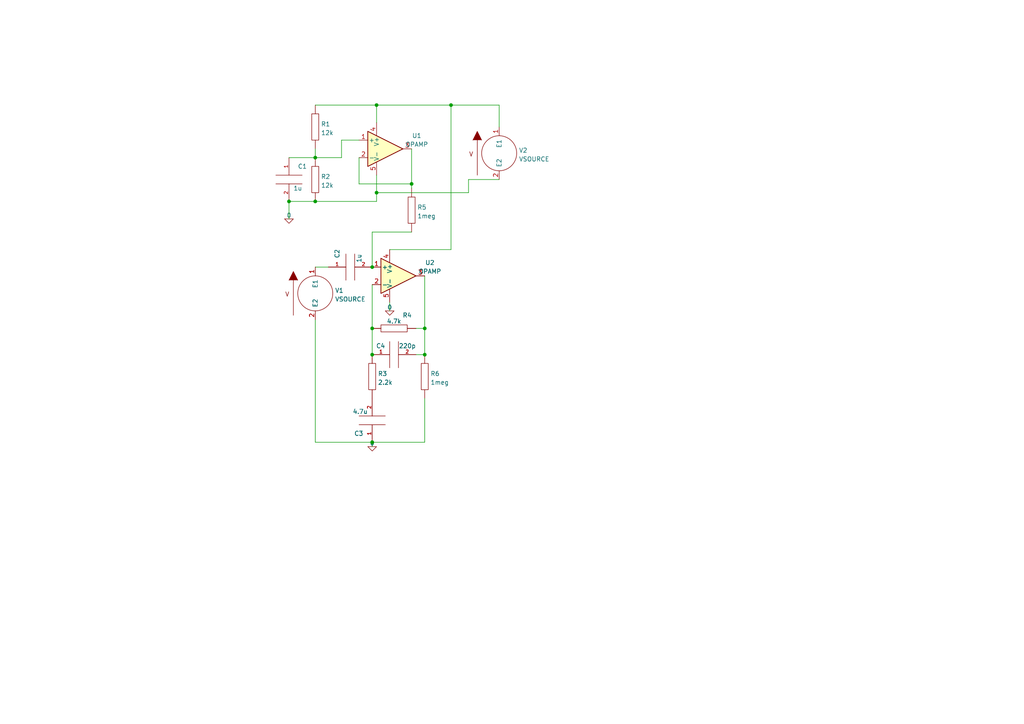
<source format=kicad_sch>
(kicad_sch (version 20211123) (generator eeschema)
  (paper "A4")
  (lib_symbols
    (symbol "Simulation_SPICE:OPAMP" (pin_names (offset 0.254))
      (property "Reference" "U" (at 3.81 3.175 0))
      (property "Value" "OPAMP" (at 3.81 -3.175 0))
      (symbol "OPAMP_0_1"
        (polyline (pts (xy 5.08 0) (xy -5.08 5.08) (xy -5.08 -5.08) (xy 5.08 0)) (stroke (width 0.254)) (fill (type background)))
      )
      (symbol "OPAMP_1_1"
        (pin input line (at -7.62 2.54 0) (length 2.54) (name "+") (number "1"))
        (pin input line (at -7.62 -2.54 0) (length 2.54) (name "-") (number "2"))
        (pin output line (at 7.62 0 180) (length 2.54) (name "~") (number "3"))
        (pin power_in line (at -2.54 7.62 270) (length 3.81) (name "V+") (number "4"))
        (pin power_in line (at -2.54 -7.62 90) (length 3.81) (name "V-") (number "5"))
      )
    )
    (symbol "pspice:0" (power) (pin_names (offset 0))
      (property "Value" "0" (at 0 -1.778 0))
      (symbol "0_0_1"
        (polyline (pts (xy -1.27 0) (xy 0 -1.27) (xy 1.27 0) (xy -1.27 0)))
      )
      (symbol "0_1_1"
        (pin power_in line (at 0 0 0) (length 0) hide (name "0") (number "1"))
      )
    )
    (symbol "pspice:C" (pin_names (offset 0.254))
      (property "Reference" "C" (at 2.54 3.81 90))
      (property "Value" "C" (at 2.54 -3.81 90))
      (symbol "C_0_1"
        (polyline (pts (xy -3.81 -1.27) (xy 3.81 -1.27)))
        (polyline (pts (xy -3.81 1.27) (xy 3.81 1.27)))
      )
      (symbol "C_1_1"
        (pin passive line (at 0 6.35 270) (length 5.08) (name "~") (number "1"))
        (pin passive line (at 0 -6.35 90) (length 5.08) (name "~") (number "2"))
      )
    )
    (symbol "pspice:R" (pin_numbers hide) (pin_names (offset 0))
      (property "Reference" "R" (at 2.032 0 90))
      (property "Value" "R" (at 0 0 90))
      (symbol "R_0_1"
        (rectangle (start -1.016 3.81) (end 1.016 -3.81))
      )
      (symbol "R_1_1"
        (pin passive line (at 0 6.35 270) (length 2.54) (name "~") (number "1"))
        (pin passive line (at 0 -6.35 90) (length 2.54) (name "~") (number "2"))
      )
    )
    (symbol "pspice:VSOURCE" (pin_names (offset 1.016))
      (property "Reference" "V" (at -6.35 7.62 0))
      (property "Value" "VSOURCE" (at 0 0 0))
      (symbol "VSOURCE_0_1"
        (polyline (pts (xy -6.35 -6.35) (xy -6.35 3.81)) (fill (type outline)))
        (polyline (pts (xy -7.62 3.81) (xy -6.35 6.35) (xy -5.08 3.81)) (fill (type outline)))
        (circle (center 0 0) (radius 5.08))
        (text "V" (at -8.128 -0.254 0) (effects (font (size 1.27 1.27))))
      )
      (symbol "VSOURCE_1_1"
        (pin input line (at 0 7.62 270) (length 2.54) (name "E1") (number "1"))
        (pin input line (at 0 -7.62 90) (length 2.54) (name "E2") (number "2"))
      )
    )
  )
  (junction (at 107.95 77.47))
  (junction (at 91.44 45.72))
  (junction (at 107.95 102.87))
  (junction (at 123.19 102.87))
  (junction (at 123.19 95.25))
  (junction (at 119.38 53.34))
  (junction (at 107.95 95.25))
  (junction (at 107.95 128.27))
  (junction (at 91.44 58.42))
  (junction (at 109.22 55.88))
  (junction (at 130.81 30.48))
  (junction (at 109.22 30.48))
  (junction (at 83.82 58.42))
  (wire (pts (xy 109.22 58.42) (xy 91.44 58.42)))
  (wire (pts (xy 109.22 55.88) (xy 135.89 55.88)))
  (wire (pts (xy 113.03 87.63) (xy 113.03 90.17)))
  (wire (pts (xy 107.95 95.25) (xy 107.95 102.87)))
  (wire (pts (xy 107.95 67.31) (xy 107.95 77.47)))
  (wire (pts (xy 104.14 45.72) (xy 104.14 53.34)))
  (wire (pts (xy 109.22 55.88) (xy 109.22 58.42)))
  (wire (pts (xy 123.19 128.27) (xy 107.95 128.27)))
  (wire (pts (xy 144.78 36.83) (xy 144.78 30.48)))
  (wire (pts (xy 91.44 30.48) (xy 109.22 30.48)))
  (wire (pts (xy 119.38 53.34) (xy 119.38 54.61)))
  (wire (pts (xy 83.82 58.42) (xy 91.44 58.42)))
  (wire (pts (xy 91.44 43.18) (xy 91.44 45.72)))
  (wire (pts (xy 123.19 80.01) (xy 123.19 95.25)))
  (wire (pts (xy 91.44 128.27) (xy 91.44 92.71)))
  (wire (pts (xy 123.19 95.25) (xy 123.19 102.87)))
  (wire (pts (xy 109.22 50.8) (xy 109.22 55.88)))
  (wire (pts (xy 99.06 40.64) (xy 99.06 45.72)))
  (wire (pts (xy 120.65 95.25) (xy 123.19 95.25)))
  (wire (pts (xy 83.82 58.42) (xy 83.82 63.5)))
  (wire (pts (xy 144.78 52.07) (xy 135.89 52.07)))
  (wire (pts (xy 107.95 82.55) (xy 107.95 95.25)))
  (wire (pts (xy 135.89 52.07) (xy 135.89 55.88)))
  (wire (pts (xy 104.14 40.64) (xy 99.06 40.64)))
  (wire (pts (xy 107.95 128.27) (xy 107.95 129.54)))
  (wire (pts (xy 83.82 45.72) (xy 91.44 45.72)))
  (wire (pts (xy 91.44 77.47) (xy 95.25 77.47)))
  (wire (pts (xy 109.22 30.48) (xy 109.22 35.56)))
  (wire (pts (xy 120.65 102.87) (xy 123.19 102.87)))
  (wire (pts (xy 113.03 72.39) (xy 130.81 72.39)))
  (wire (pts (xy 107.95 128.27) (xy 91.44 128.27)))
  (wire (pts (xy 130.81 30.48) (xy 144.78 30.48)))
  (wire (pts (xy 119.38 67.31) (xy 107.95 67.31)))
  (wire (pts (xy 109.22 30.48) (xy 130.81 30.48)))
  (wire (pts (xy 119.38 53.34) (xy 119.38 43.18)))
  (wire (pts (xy 130.81 72.39) (xy 130.81 30.48)))
  (wire (pts (xy 104.14 53.34) (xy 119.38 53.34)))
  (wire (pts (xy 99.06 45.72) (xy 91.44 45.72)))
  (wire (pts (xy 123.19 115.57) (xy 123.19 128.27)))
  (symbol (lib_id "pspice:C") (at 83.82 52.07 0) (unit 1)
    (property "Reference" "C1" (at 86.36 48.26 0) (effects (justify left)))
    (property "Value" "1u" (at 85.09 54.61 0) (effects (justify left)))
    (property "Spice_Primitive" "C" (effects hide))
    (property "Spice_Model" "1u" (effects hide))
    (property "Spice_Netlist_Enabled" "Y" (effects hide))
  )
  (symbol (lib_id "pspice:R") (at 107.95 109.22 0) (unit 1)
    (property "Reference" "R3" (at 109.601 108.3853 0) (effects (justify left)))
    (property "Value" "2.2k" (at 109.601 110.9222 0) (effects (justify left)))
  )
  (symbol (lib_id "Simulation_SPICE:OPAMP") (at 111.76 43.18 0) (unit 1)
    (property "Reference" "U1" (at 120.8866 39.3533 0))
    (property "Value" "OPAMP" (at 120.8866 41.8902 0))
    (property "Spice_Netlist_Enabled" "Y" (effects hide))
    (property "Spice_Primitive" "X" (effects hide))
    (property "Spice_Model" "TL072" (effects hide))
    (property "Spice_Node_Sequence" "1 2 4 5 3" (effects hide))
    (property "Spice_Lib_File" "TL072.301" (effects hide))
  )
  (symbol (lib_id "pspice:0") (at 113.03 90.17 0) (unit 1)
    (property "Reference" "#GND03" (effects hide))
    (property "Value" "0" (at 113.03 89.1342 0))
    (property "Spice_Primitive" "V" (effects hide))
    (property "Spice_Model" "dc 0" (effects hide))
    (property "Spice_Netlist_Enabled" "Y" (effects hide))
  )
  (symbol (lib_id "pspice:0") (at 107.95 129.54 0) (unit 1)
    (property "Reference" "#GND01" (effects hide))
    (property "Value" "0" (at 107.95 128.5042 0))
    (property "Spice_Primitive" "V" (effects hide))
    (property "Spice_Model" "dc 0" (effects hide))
    (property "Spice_Netlist_Enabled" "Y" (effects hide))
  )
  (symbol (lib_id "pspice:VSOURCE") (at 91.44 85.09 0) (unit 1)
    (property "Reference" "V1" (at 97.155 84.2553 0) (effects (justify left)))
    (property "Value" "VSOURCE" (at 97.155 86.7922 0) (effects (justify left)))
    (property "Spice_Primitive" "V" (effects hide))
    (property "Spice_Model" "dc 0 ac 1 sin(0 500m 432 0 0)" (effects hide))
    (property "Spice_Netlist_Enabled" "Y" (effects hide))
  )
  (symbol (lib_id "pspice:C") (at 107.95 121.92 180) (unit 1)
    (property "Reference" "C3" (at 105.41 125.73 0) (effects (justify left)))
    (property "Value" "4.7u" (at 106.68 119.38 0) (effects (justify left)))
    (property "Spice_Primitive" "C" (effects hide))
    (property "Spice_Model" "4.7u" (effects hide))
    (property "Spice_Netlist_Enabled" "Y" (effects hide))
  )
  (symbol (lib_id "pspice:R") (at 91.44 52.07 0) (unit 1)
    (property "Reference" "R2" (at 93.091 51.2353 0) (effects (justify left)))
    (property "Value" "12k" (at 93.091 53.7722 0) (effects (justify left)))
  )
  (symbol (lib_id "pspice:R") (at 114.3 95.25 90) (unit 1)
    (property "Reference" "R4" (at 118.11 91.44 90))
    (property "Value" "4.7k" (at 114.3 93.1981 90))
  )
  (symbol (lib_id "pspice:VSOURCE") (at 144.78 44.45 0) (unit 1)
    (property "Reference" "V2" (at 150.495 43.6153 0) (effects (justify left)))
    (property "Value" "VSOURCE" (at 150.495 46.1522 0) (effects (justify left)))
    (property "Spice_Primitive" "V" (effects hide))
    (property "Spice_Model" "trrandom(1 1u 1u 100m 9)" (effects hide))
    (property "Spice_Netlist_Enabled" "Y" (effects hide))
  )
  (symbol (lib_id "pspice:C") (at 114.3 102.87 90) (unit 1)
    (property "Reference" "C4" (at 111.76 100.33 90) (effects (justify left)))
    (property "Value" "220p" (at 120.65 100.33 90) (effects (justify left)))
    (property "Spice_Primitive" "C" (effects hide))
    (property "Spice_Model" "220p" (effects hide))
    (property "Spice_Netlist_Enabled" "Y" (effects hide))
  )
  (symbol (lib_id "pspice:R") (at 119.38 60.96 0) (unit 1)
    (property "Reference" "R5" (at 121.031 60.1253 0) (effects (justify left)))
    (property "Value" "1meg" (at 121.031 62.6622 0) (effects (justify left)))
  )
  (symbol (lib_id "pspice:R") (at 91.44 36.83 0) (unit 1)
    (property "Reference" "R1" (at 93.091 35.9953 0) (effects (justify left)))
    (property "Value" "12k" (at 93.091 38.5322 0) (effects (justify left)))
  )
  (symbol (lib_id "pspice:C") (at 101.6 77.47 90) (unit 1)
    (property "Reference" "C2" (at 97.79 74.93 0) (effects (justify left)))
    (property "Value" "1u" (at 104.14 76.2 0) (effects (justify left)))
    (property "Spice_Primitive" "C" (effects hide))
    (property "Spice_Model" "1u" (effects hide))
    (property "Spice_Netlist_Enabled" "Y" (effects hide))
  )
  (symbol (lib_id "pspice:0") (at 83.82 63.5 0) (unit 1)
    (property "Reference" "#GND02" (effects hide))
    (property "Value" "0" (at 83.82 62.4642 0))
    (property "Spice_Primitive" "V" (effects hide))
    (property "Spice_Model" "dc 0" (effects hide))
    (property "Spice_Netlist_Enabled" "Y" (effects hide))
  )
  (symbol (lib_id "pspice:R") (at 123.19 109.22 0) (unit 1)
    (property "Reference" "R6" (at 124.841 108.3853 0) (effects (justify left)))
    (property "Value" "1meg" (at 124.841 110.9222 0) (effects (justify left)))
  )
  (symbol (lib_id "Simulation_SPICE:OPAMP") (at 115.57 80.01 0) (unit 1)
    (property "Reference" "U2" (at 124.6966 76.1833 0))
    (property "Value" "OPAMP" (at 124.6966 78.7202 0))
    (property "Spice_Netlist_Enabled" "Y" (effects hide))
    (property "Spice_Primitive" "X" (effects hide))
    (property "Spice_Model" "TL072" (effects hide))
    (property "Spice_Node_Sequence" "1 2 4 5 3" (effects hide))
    (property "Spice_Lib_File" "TL072.301" (effects hide))
  )
)
</source>
